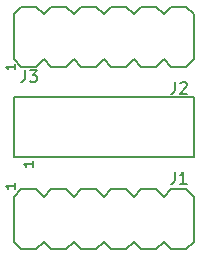
<source format=gto>
G04 #@! TF.GenerationSoftware,KiCad,Pcbnew,7.0.1*
G04 #@! TF.CreationDate,2023-03-21T03:45:51+09:00*
G04 #@! TF.ProjectId,Pmod_Debug,506d6f64-5f44-4656-9275-672e6b696361,rev?*
G04 #@! TF.SameCoordinates,Original*
G04 #@! TF.FileFunction,Legend,Top*
G04 #@! TF.FilePolarity,Positive*
%FSLAX46Y46*%
G04 Gerber Fmt 4.6, Leading zero omitted, Abs format (unit mm)*
G04 Created by KiCad (PCBNEW 7.0.1) date 2023-03-21 03:45:51*
%MOMM*%
%LPD*%
G01*
G04 APERTURE LIST*
%ADD10C,0.150000*%
G04 APERTURE END LIST*
D10*
G04 #@! TO.C,J1*
X17466666Y-31762619D02*
X17466666Y-32476904D01*
X17466666Y-32476904D02*
X17419047Y-32619761D01*
X17419047Y-32619761D02*
X17323809Y-32715000D01*
X17323809Y-32715000D02*
X17180952Y-32762619D01*
X17180952Y-32762619D02*
X17085714Y-32762619D01*
X18466666Y-32762619D02*
X17895238Y-32762619D01*
X18180952Y-32762619D02*
X18180952Y-31762619D01*
X18180952Y-31762619D02*
X18085714Y-31905476D01*
X18085714Y-31905476D02*
X17990476Y-32000714D01*
X17990476Y-32000714D02*
X17895238Y-32048333D01*
X3926095Y-32737428D02*
X3926095Y-33194571D01*
X3926095Y-32965999D02*
X3126095Y-32965999D01*
X3126095Y-32965999D02*
X3240380Y-33042190D01*
X3240380Y-33042190D02*
X3316571Y-33118380D01*
X3316571Y-33118380D02*
X3354666Y-33194571D01*
G04 #@! TO.C,J2*
X17466666Y-24162619D02*
X17466666Y-24876904D01*
X17466666Y-24876904D02*
X17419047Y-25019761D01*
X17419047Y-25019761D02*
X17323809Y-25115000D01*
X17323809Y-25115000D02*
X17180952Y-25162619D01*
X17180952Y-25162619D02*
X17085714Y-25162619D01*
X17895238Y-24257857D02*
X17942857Y-24210238D01*
X17942857Y-24210238D02*
X18038095Y-24162619D01*
X18038095Y-24162619D02*
X18276190Y-24162619D01*
X18276190Y-24162619D02*
X18371428Y-24210238D01*
X18371428Y-24210238D02*
X18419047Y-24257857D01*
X18419047Y-24257857D02*
X18466666Y-24353095D01*
X18466666Y-24353095D02*
X18466666Y-24448333D01*
X18466666Y-24448333D02*
X18419047Y-24591190D01*
X18419047Y-24591190D02*
X17847619Y-25162619D01*
X17847619Y-25162619D02*
X18466666Y-25162619D01*
X5450095Y-30886428D02*
X5450095Y-31343571D01*
X5450095Y-31114999D02*
X4650095Y-31114999D01*
X4650095Y-31114999D02*
X4764380Y-31191190D01*
X4764380Y-31191190D02*
X4840571Y-31267380D01*
X4840571Y-31267380D02*
X4878666Y-31343571D01*
G04 #@! TO.C,J3*
X4766666Y-23162619D02*
X4766666Y-23876904D01*
X4766666Y-23876904D02*
X4719047Y-24019761D01*
X4719047Y-24019761D02*
X4623809Y-24115000D01*
X4623809Y-24115000D02*
X4480952Y-24162619D01*
X4480952Y-24162619D02*
X4385714Y-24162619D01*
X5147619Y-23162619D02*
X5766666Y-23162619D01*
X5766666Y-23162619D02*
X5433333Y-23543571D01*
X5433333Y-23543571D02*
X5576190Y-23543571D01*
X5576190Y-23543571D02*
X5671428Y-23591190D01*
X5671428Y-23591190D02*
X5719047Y-23638809D01*
X5719047Y-23638809D02*
X5766666Y-23734047D01*
X5766666Y-23734047D02*
X5766666Y-23972142D01*
X5766666Y-23972142D02*
X5719047Y-24067380D01*
X5719047Y-24067380D02*
X5671428Y-24115000D01*
X5671428Y-24115000D02*
X5576190Y-24162619D01*
X5576190Y-24162619D02*
X5290476Y-24162619D01*
X5290476Y-24162619D02*
X5195238Y-24115000D01*
X5195238Y-24115000D02*
X5147619Y-24067380D01*
X3926095Y-22631428D02*
X3926095Y-23088571D01*
X3926095Y-22859999D02*
X3126095Y-22859999D01*
X3126095Y-22859999D02*
X3240380Y-22936190D01*
X3240380Y-22936190D02*
X3316571Y-23012380D01*
X3316571Y-23012380D02*
X3354666Y-23088571D01*
G04 #@! TO.C,J1*
X4445000Y-38300000D02*
X3810000Y-37665000D01*
X5715000Y-38300000D02*
X4445000Y-38300000D01*
X6985000Y-38300000D02*
X6350000Y-37665000D01*
X8255000Y-38300000D02*
X6985000Y-38300000D01*
X9525000Y-38300000D02*
X8890000Y-37665000D01*
X10795000Y-38300000D02*
X9525000Y-38300000D01*
X12065000Y-38300000D02*
X11430000Y-37665000D01*
X13335000Y-38300000D02*
X12065000Y-38300000D01*
X14605000Y-38300000D02*
X13970000Y-37665000D01*
X15875000Y-38300000D02*
X14605000Y-38300000D01*
X17145000Y-38300000D02*
X16510000Y-37665000D01*
X18415000Y-38300000D02*
X17145000Y-38300000D01*
X3810000Y-37665000D02*
X3810000Y-33855000D01*
X6350000Y-37665000D02*
X5715000Y-38300000D01*
X8890000Y-37665000D02*
X8255000Y-38300000D01*
X11430000Y-37665000D02*
X10795000Y-38300000D01*
X13970000Y-37665000D02*
X13335000Y-38300000D01*
X16510000Y-37665000D02*
X15875000Y-38300000D01*
X19050000Y-37665000D02*
X18415000Y-38300000D01*
X3810000Y-33855000D02*
X4445000Y-33220000D01*
X6350000Y-33855000D02*
X6985000Y-33220000D01*
X8890000Y-33855000D02*
X9525000Y-33220000D01*
X11430000Y-33855000D02*
X12065000Y-33220000D01*
X13970000Y-33855000D02*
X14605000Y-33220000D01*
X16510000Y-33855000D02*
X17145000Y-33220000D01*
X19050000Y-33855000D02*
X19050000Y-37665000D01*
X4445000Y-33220000D02*
X5715000Y-33220000D01*
X5715000Y-33220000D02*
X6350000Y-33855000D01*
X6985000Y-33220000D02*
X8255000Y-33220000D01*
X8255000Y-33220000D02*
X8890000Y-33855000D01*
X9525000Y-33220000D02*
X10795000Y-33220000D01*
X10795000Y-33220000D02*
X11430000Y-33855000D01*
X12065000Y-33220000D02*
X13335000Y-33220000D01*
X13335000Y-33220000D02*
X13970000Y-33855000D01*
X14605000Y-33220000D02*
X15875000Y-33220000D01*
X15875000Y-33220000D02*
X16510000Y-33855000D01*
X17145000Y-33220000D02*
X18415000Y-33220000D01*
X18415000Y-33220000D02*
X19050000Y-33855000D01*
G04 #@! TO.C,J2*
X3810000Y-30480000D02*
X3810000Y-25400000D01*
X19050000Y-30480000D02*
X3810000Y-30480000D01*
X3810000Y-25400000D02*
X19050000Y-25400000D01*
X19050000Y-25400000D02*
X19050000Y-30480000D01*
G04 #@! TO.C,J3*
X4445000Y-22860000D02*
X3810000Y-22225000D01*
X5715000Y-22860000D02*
X4445000Y-22860000D01*
X6985000Y-22860000D02*
X6350000Y-22225000D01*
X8255000Y-22860000D02*
X6985000Y-22860000D01*
X9525000Y-22860000D02*
X8890000Y-22225000D01*
X10795000Y-22860000D02*
X9525000Y-22860000D01*
X12065000Y-22860000D02*
X11430000Y-22225000D01*
X13335000Y-22860000D02*
X12065000Y-22860000D01*
X14605000Y-22860000D02*
X13970000Y-22225000D01*
X15875000Y-22860000D02*
X14605000Y-22860000D01*
X17145000Y-22860000D02*
X16510000Y-22225000D01*
X18415000Y-22860000D02*
X17145000Y-22860000D01*
X3810000Y-22225000D02*
X3810000Y-18415000D01*
X6350000Y-22225000D02*
X5715000Y-22860000D01*
X8890000Y-22225000D02*
X8255000Y-22860000D01*
X11430000Y-22225000D02*
X10795000Y-22860000D01*
X13970000Y-22225000D02*
X13335000Y-22860000D01*
X16510000Y-22225000D02*
X15875000Y-22860000D01*
X19050000Y-22225000D02*
X18415000Y-22860000D01*
X3810000Y-18415000D02*
X4445000Y-17780000D01*
X6350000Y-18415000D02*
X6985000Y-17780000D01*
X8890000Y-18415000D02*
X9525000Y-17780000D01*
X11430000Y-18415000D02*
X12065000Y-17780000D01*
X13970000Y-18415000D02*
X14605000Y-17780000D01*
X16510000Y-18415000D02*
X17145000Y-17780000D01*
X19050000Y-18415000D02*
X19050000Y-22225000D01*
X4445000Y-17780000D02*
X5715000Y-17780000D01*
X5715000Y-17780000D02*
X6350000Y-18415000D01*
X6985000Y-17780000D02*
X8255000Y-17780000D01*
X8255000Y-17780000D02*
X8890000Y-18415000D01*
X9525000Y-17780000D02*
X10795000Y-17780000D01*
X10795000Y-17780000D02*
X11430000Y-18415000D01*
X12065000Y-17780000D02*
X13335000Y-17780000D01*
X13335000Y-17780000D02*
X13970000Y-18415000D01*
X14605000Y-17780000D02*
X15875000Y-17780000D01*
X15875000Y-17780000D02*
X16510000Y-18415000D01*
X17145000Y-17780000D02*
X18415000Y-17780000D01*
X18415000Y-17780000D02*
X19050000Y-18415000D01*
G04 #@! TD*
M02*

</source>
